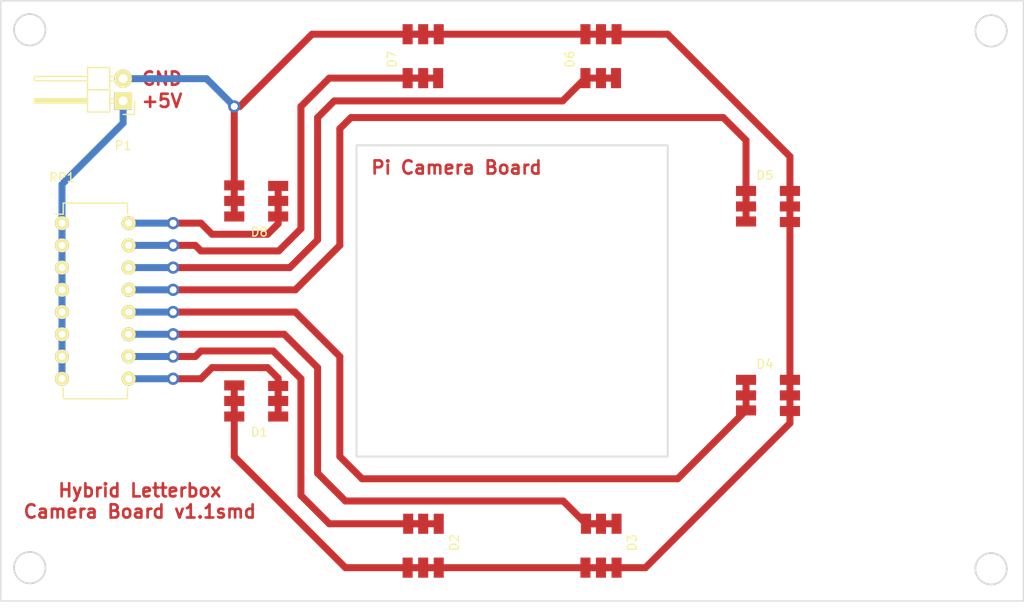
<source format=kicad_pcb>
(kicad_pcb (version 4) (host pcbnew 4.0.1-stable)

  (general
    (links 56)
    (no_connects 0)
    (area 86.259999 71.019999 203.300001 141.070001)
    (thickness 1.6)
    (drawings 20)
    (tracks 126)
    (zones 0)
    (modules 10)
    (nets 11)
  )

  (page A4)
  (layers
    (0 F.Cu signal)
    (31 B.Cu signal)
    (32 B.Adhes user)
    (33 F.Adhes user)
    (34 B.Paste user)
    (35 F.Paste user)
    (36 B.SilkS user)
    (37 F.SilkS user)
    (38 B.Mask user)
    (39 F.Mask user)
    (40 Dwgs.User user)
    (41 Cmts.User user)
    (42 Eco1.User user)
    (43 Eco2.User user)
    (44 Edge.Cuts user)
    (45 Margin user)
    (46 B.CrtYd user)
    (47 F.CrtYd user)
    (48 B.Fab user)
    (49 F.Fab user)
  )

  (setup
    (last_trace_width 0.8)
    (trace_clearance 0.8)
    (zone_clearance 0.508)
    (zone_45_only no)
    (trace_min 0.8)
    (segment_width 0.2)
    (edge_width 0.2)
    (via_size 1.4)
    (via_drill 0.8)
    (via_min_size 0.4)
    (via_min_drill 0.3)
    (user_via 1.4 0.8)
    (uvia_size 1.4)
    (uvia_drill 0.8)
    (uvias_allowed no)
    (uvia_min_size 0.2)
    (uvia_min_drill 0.1)
    (pcb_text_width 0.3)
    (pcb_text_size 1.5 1.5)
    (mod_edge_width 0.15)
    (mod_text_size 1 1)
    (mod_text_width 0.15)
    (pad_size 1.5 1.5)
    (pad_drill 0.6)
    (pad_to_mask_clearance 0)
    (aux_axis_origin 0 0)
    (visible_elements FFFFFF7F)
    (pcbplotparams
      (layerselection 0x00000_80000001)
      (usegerberextensions false)
      (excludeedgelayer false)
      (linewidth 0.100000)
      (plotframeref false)
      (viasonmask false)
      (mode 1)
      (useauxorigin false)
      (hpglpennumber 1)
      (hpglpenspeed 20)
      (hpglpendiameter 15)
      (hpglpenoverlay 2)
      (psnegative false)
      (psa4output false)
      (plotreference true)
      (plotvalue true)
      (plotinvisibletext false)
      (padsonsilk false)
      (subtractmaskfromsilk false)
      (outputformat 4)
      (mirror false)
      (drillshape 2)
      (scaleselection 1)
      (outputdirectory plots/))
  )

  (net 0 "")
  (net 1 GND)
  (net 2 "Net-(D1-Pad4)")
  (net 3 "Net-(D2-Pad4)")
  (net 4 "Net-(D3-Pad4)")
  (net 5 "Net-(D4-Pad4)")
  (net 6 "Net-(D5-Pad4)")
  (net 7 "Net-(D6-Pad4)")
  (net 8 "Net-(D7-Pad4)")
  (net 9 "Net-(D8-Pad4)")
  (net 10 +5V)

  (net_class Default "This is the default net class."
    (clearance 0.8)
    (trace_width 0.8)
    (via_dia 1.4)
    (via_drill 0.8)
    (uvia_dia 1.4)
    (uvia_drill 0.8)
    (add_net +5V)
    (add_net GND)
    (add_net "Net-(D1-Pad4)")
    (add_net "Net-(D2-Pad4)")
    (add_net "Net-(D3-Pad4)")
    (add_net "Net-(D4-Pad4)")
    (add_net "Net-(D5-Pad4)")
    (add_net "Net-(D6-Pad4)")
    (add_net "Net-(D7-Pad4)")
    (add_net "Net-(D8-Pad4)")
  )

  (module custom:SMD-LED_5250 (layer F.Cu) (tedit 56B8A3FA) (tstamp 56C340AE)
    (at 115.57 116.84)
    (path /56C1993B)
    (fp_text reference D1 (at 0.3175 3.556) (layer F.SilkS)
      (effects (font (size 1 1) (thickness 0.15)))
    )
    (fp_text value LED_RGB (at 0.0635 -3.4925) (layer F.Fab)
      (effects (font (size 1 1) (thickness 0.15)))
    )
    (pad 1 smd rect (at -2.54 -1.778) (size 2.3 1.15) (layers F.Cu F.Paste F.Mask)
      (net 1 GND))
    (pad 2 smd rect (at -2.54 0) (size 2.3 1.15) (layers F.Cu F.Paste F.Mask)
      (net 1 GND))
    (pad 3 smd rect (at -2.54 1.778) (size 2.3 1.15) (layers F.Cu F.Paste F.Mask)
      (net 1 GND))
    (pad 4 smd rect (at 2.4765 -1.7145) (size 2.3 1.15) (layers F.Cu F.Paste F.Mask)
      (net 2 "Net-(D1-Pad4)"))
    (pad 5 smd rect (at 2.4765 0) (size 2.3 1.15) (layers F.Cu F.Paste F.Mask)
      (net 2 "Net-(D1-Pad4)"))
    (pad 6 smd rect (at 2.4765 1.778) (size 2.3 1.15) (layers F.Cu F.Paste F.Mask)
      (net 2 "Net-(D1-Pad4)"))
  )

  (module custom:SMD-LED_5250 (layer F.Cu) (tedit 56B8A3FA) (tstamp 56C340B8)
    (at 134.62 133.35 90)
    (path /56C19981)
    (fp_text reference D2 (at 0.3175 3.556 90) (layer F.SilkS)
      (effects (font (size 1 1) (thickness 0.15)))
    )
    (fp_text value LED_RGB (at 0.0635 -3.4925 90) (layer F.Fab)
      (effects (font (size 1 1) (thickness 0.15)))
    )
    (pad 1 smd rect (at -2.54 -1.778 90) (size 2.3 1.15) (layers F.Cu F.Paste F.Mask)
      (net 1 GND))
    (pad 2 smd rect (at -2.54 0 90) (size 2.3 1.15) (layers F.Cu F.Paste F.Mask)
      (net 1 GND))
    (pad 3 smd rect (at -2.54 1.778 90) (size 2.3 1.15) (layers F.Cu F.Paste F.Mask)
      (net 1 GND))
    (pad 4 smd rect (at 2.4765 -1.7145 90) (size 2.3 1.15) (layers F.Cu F.Paste F.Mask)
      (net 3 "Net-(D2-Pad4)"))
    (pad 5 smd rect (at 2.4765 0 90) (size 2.3 1.15) (layers F.Cu F.Paste F.Mask)
      (net 3 "Net-(D2-Pad4)"))
    (pad 6 smd rect (at 2.4765 1.778 90) (size 2.3 1.15) (layers F.Cu F.Paste F.Mask)
      (net 3 "Net-(D2-Pad4)"))
  )

  (module custom:SMD-LED_5250 (layer F.Cu) (tedit 56B8A3FA) (tstamp 56C340C2)
    (at 154.94 133.35 90)
    (path /56C199A6)
    (fp_text reference D3 (at 0.3175 3.556 90) (layer F.SilkS)
      (effects (font (size 1 1) (thickness 0.15)))
    )
    (fp_text value LED_RGB (at 0.0635 -3.4925 90) (layer F.Fab)
      (effects (font (size 1 1) (thickness 0.15)))
    )
    (pad 1 smd rect (at -2.54 -1.778 90) (size 2.3 1.15) (layers F.Cu F.Paste F.Mask)
      (net 1 GND))
    (pad 2 smd rect (at -2.54 0 90) (size 2.3 1.15) (layers F.Cu F.Paste F.Mask)
      (net 1 GND))
    (pad 3 smd rect (at -2.54 1.778 90) (size 2.3 1.15) (layers F.Cu F.Paste F.Mask)
      (net 1 GND))
    (pad 4 smd rect (at 2.4765 -1.7145 90) (size 2.3 1.15) (layers F.Cu F.Paste F.Mask)
      (net 4 "Net-(D3-Pad4)"))
    (pad 5 smd rect (at 2.4765 0 90) (size 2.3 1.15) (layers F.Cu F.Paste F.Mask)
      (net 4 "Net-(D3-Pad4)"))
    (pad 6 smd rect (at 2.4765 1.778 90) (size 2.3 1.15) (layers F.Cu F.Paste F.Mask)
      (net 4 "Net-(D3-Pad4)"))
  )

  (module custom:SMD-LED_5250 (layer F.Cu) (tedit 56B8A3FA) (tstamp 56C340CC)
    (at 173.99 116.205 180)
    (path /56C199CF)
    (fp_text reference D4 (at 0.3175 3.556 180) (layer F.SilkS)
      (effects (font (size 1 1) (thickness 0.15)))
    )
    (fp_text value LED_RGB (at 0.0635 -3.4925 180) (layer F.Fab)
      (effects (font (size 1 1) (thickness 0.15)))
    )
    (pad 1 smd rect (at -2.54 -1.778 180) (size 2.3 1.15) (layers F.Cu F.Paste F.Mask)
      (net 1 GND))
    (pad 2 smd rect (at -2.54 0 180) (size 2.3 1.15) (layers F.Cu F.Paste F.Mask)
      (net 1 GND))
    (pad 3 smd rect (at -2.54 1.778 180) (size 2.3 1.15) (layers F.Cu F.Paste F.Mask)
      (net 1 GND))
    (pad 4 smd rect (at 2.4765 -1.7145 180) (size 2.3 1.15) (layers F.Cu F.Paste F.Mask)
      (net 5 "Net-(D4-Pad4)"))
    (pad 5 smd rect (at 2.4765 0 180) (size 2.3 1.15) (layers F.Cu F.Paste F.Mask)
      (net 5 "Net-(D4-Pad4)"))
    (pad 6 smd rect (at 2.4765 1.778 180) (size 2.3 1.15) (layers F.Cu F.Paste F.Mask)
      (net 5 "Net-(D4-Pad4)"))
  )

  (module custom:SMD-LED_5250 (layer F.Cu) (tedit 56B8A3FA) (tstamp 56C340D6)
    (at 173.99 94.615 180)
    (path /56C199F9)
    (fp_text reference D5 (at 0.3175 3.556 180) (layer F.SilkS)
      (effects (font (size 1 1) (thickness 0.15)))
    )
    (fp_text value LED_RGB (at 0.0635 -3.4925 180) (layer F.Fab)
      (effects (font (size 1 1) (thickness 0.15)))
    )
    (pad 1 smd rect (at -2.54 -1.778 180) (size 2.3 1.15) (layers F.Cu F.Paste F.Mask)
      (net 1 GND))
    (pad 2 smd rect (at -2.54 0 180) (size 2.3 1.15) (layers F.Cu F.Paste F.Mask)
      (net 1 GND))
    (pad 3 smd rect (at -2.54 1.778 180) (size 2.3 1.15) (layers F.Cu F.Paste F.Mask)
      (net 1 GND))
    (pad 4 smd rect (at 2.4765 -1.7145 180) (size 2.3 1.15) (layers F.Cu F.Paste F.Mask)
      (net 6 "Net-(D5-Pad4)"))
    (pad 5 smd rect (at 2.4765 0 180) (size 2.3 1.15) (layers F.Cu F.Paste F.Mask)
      (net 6 "Net-(D5-Pad4)"))
    (pad 6 smd rect (at 2.4765 1.778 180) (size 2.3 1.15) (layers F.Cu F.Paste F.Mask)
      (net 6 "Net-(D5-Pad4)"))
  )

  (module custom:SMD-LED_5250 (layer F.Cu) (tedit 56B8A3FA) (tstamp 56C340E0)
    (at 154.94 77.47 270)
    (path /56C19A28)
    (fp_text reference D6 (at 0.3175 3.556 270) (layer F.SilkS)
      (effects (font (size 1 1) (thickness 0.15)))
    )
    (fp_text value LED_RGB (at 0.0635 -3.4925 270) (layer F.Fab)
      (effects (font (size 1 1) (thickness 0.15)))
    )
    (pad 1 smd rect (at -2.54 -1.778 270) (size 2.3 1.15) (layers F.Cu F.Paste F.Mask)
      (net 1 GND))
    (pad 2 smd rect (at -2.54 0 270) (size 2.3 1.15) (layers F.Cu F.Paste F.Mask)
      (net 1 GND))
    (pad 3 smd rect (at -2.54 1.778 270) (size 2.3 1.15) (layers F.Cu F.Paste F.Mask)
      (net 1 GND))
    (pad 4 smd rect (at 2.4765 -1.7145 270) (size 2.3 1.15) (layers F.Cu F.Paste F.Mask)
      (net 7 "Net-(D6-Pad4)"))
    (pad 5 smd rect (at 2.4765 0 270) (size 2.3 1.15) (layers F.Cu F.Paste F.Mask)
      (net 7 "Net-(D6-Pad4)"))
    (pad 6 smd rect (at 2.4765 1.778 270) (size 2.3 1.15) (layers F.Cu F.Paste F.Mask)
      (net 7 "Net-(D6-Pad4)"))
  )

  (module custom:SMD-LED_5250 (layer F.Cu) (tedit 56B8A3FA) (tstamp 56C340EA)
    (at 134.62 77.47 270)
    (path /56C19AAE)
    (fp_text reference D7 (at 0.3175 3.556 270) (layer F.SilkS)
      (effects (font (size 1 1) (thickness 0.15)))
    )
    (fp_text value LED_RGB (at 0.0635 -3.4925 270) (layer F.Fab)
      (effects (font (size 1 1) (thickness 0.15)))
    )
    (pad 1 smd rect (at -2.54 -1.778 270) (size 2.3 1.15) (layers F.Cu F.Paste F.Mask)
      (net 1 GND))
    (pad 2 smd rect (at -2.54 0 270) (size 2.3 1.15) (layers F.Cu F.Paste F.Mask)
      (net 1 GND))
    (pad 3 smd rect (at -2.54 1.778 270) (size 2.3 1.15) (layers F.Cu F.Paste F.Mask)
      (net 1 GND))
    (pad 4 smd rect (at 2.4765 -1.7145 270) (size 2.3 1.15) (layers F.Cu F.Paste F.Mask)
      (net 8 "Net-(D7-Pad4)"))
    (pad 5 smd rect (at 2.4765 0 270) (size 2.3 1.15) (layers F.Cu F.Paste F.Mask)
      (net 8 "Net-(D7-Pad4)"))
    (pad 6 smd rect (at 2.4765 1.778 270) (size 2.3 1.15) (layers F.Cu F.Paste F.Mask)
      (net 8 "Net-(D7-Pad4)"))
  )

  (module custom:SMD-LED_5250 (layer F.Cu) (tedit 56B8A3FA) (tstamp 56C340F4)
    (at 115.57 93.98)
    (path /56C19B01)
    (fp_text reference D8 (at 0.3175 3.556) (layer F.SilkS)
      (effects (font (size 1 1) (thickness 0.15)))
    )
    (fp_text value LED_RGB (at 0.0635 -3.4925) (layer F.Fab)
      (effects (font (size 1 1) (thickness 0.15)))
    )
    (pad 1 smd rect (at -2.54 -1.778) (size 2.3 1.15) (layers F.Cu F.Paste F.Mask)
      (net 1 GND))
    (pad 2 smd rect (at -2.54 0) (size 2.3 1.15) (layers F.Cu F.Paste F.Mask)
      (net 1 GND))
    (pad 3 smd rect (at -2.54 1.778) (size 2.3 1.15) (layers F.Cu F.Paste F.Mask)
      (net 1 GND))
    (pad 4 smd rect (at 2.4765 -1.7145) (size 2.3 1.15) (layers F.Cu F.Paste F.Mask)
      (net 9 "Net-(D8-Pad4)"))
    (pad 5 smd rect (at 2.4765 0) (size 2.3 1.15) (layers F.Cu F.Paste F.Mask)
      (net 9 "Net-(D8-Pad4)"))
    (pad 6 smd rect (at 2.4765 1.778) (size 2.3 1.15) (layers F.Cu F.Paste F.Mask)
      (net 9 "Net-(D8-Pad4)"))
  )

  (module Housings_DIP:DIP-16_W7.62mm (layer F.Cu) (tedit 54130A77) (tstamp 56C3410E)
    (at 93.345 96.52)
    (descr "16-lead dip package, row spacing 7.62 mm (300 mils)")
    (tags "dil dip 2.54 300")
    (path /569CF5B0)
    (fp_text reference RP1 (at 0 -5.22) (layer F.SilkS)
      (effects (font (size 1 1) (thickness 0.15)))
    )
    (fp_text value R_PACK8 (at 0 -3.72) (layer F.Fab)
      (effects (font (size 1 1) (thickness 0.15)))
    )
    (fp_line (start -1.05 -2.45) (end -1.05 20.25) (layer F.CrtYd) (width 0.05))
    (fp_line (start 8.65 -2.45) (end 8.65 20.25) (layer F.CrtYd) (width 0.05))
    (fp_line (start -1.05 -2.45) (end 8.65 -2.45) (layer F.CrtYd) (width 0.05))
    (fp_line (start -1.05 20.25) (end 8.65 20.25) (layer F.CrtYd) (width 0.05))
    (fp_line (start 0.135 -2.295) (end 0.135 -1.025) (layer F.SilkS) (width 0.15))
    (fp_line (start 7.485 -2.295) (end 7.485 -1.025) (layer F.SilkS) (width 0.15))
    (fp_line (start 7.485 20.075) (end 7.485 18.805) (layer F.SilkS) (width 0.15))
    (fp_line (start 0.135 20.075) (end 0.135 18.805) (layer F.SilkS) (width 0.15))
    (fp_line (start 0.135 -2.295) (end 7.485 -2.295) (layer F.SilkS) (width 0.15))
    (fp_line (start 0.135 20.075) (end 7.485 20.075) (layer F.SilkS) (width 0.15))
    (fp_line (start 0.135 -1.025) (end -0.8 -1.025) (layer F.SilkS) (width 0.15))
    (pad 1 thru_hole oval (at 0 0) (size 1.6 1.6) (drill 0.8) (layers *.Cu *.Mask F.SilkS)
      (net 10 +5V))
    (pad 2 thru_hole oval (at 0 2.54) (size 1.6 1.6) (drill 0.8) (layers *.Cu *.Mask F.SilkS)
      (net 10 +5V))
    (pad 3 thru_hole oval (at 0 5.08) (size 1.6 1.6) (drill 0.8) (layers *.Cu *.Mask F.SilkS)
      (net 10 +5V))
    (pad 4 thru_hole oval (at 0 7.62) (size 1.6 1.6) (drill 0.8) (layers *.Cu *.Mask F.SilkS)
      (net 10 +5V))
    (pad 5 thru_hole oval (at 0 10.16) (size 1.6 1.6) (drill 0.8) (layers *.Cu *.Mask F.SilkS)
      (net 10 +5V))
    (pad 6 thru_hole oval (at 0 12.7) (size 1.6 1.6) (drill 0.8) (layers *.Cu *.Mask F.SilkS)
      (net 10 +5V))
    (pad 7 thru_hole oval (at 0 15.24) (size 1.6 1.6) (drill 0.8) (layers *.Cu *.Mask F.SilkS)
      (net 10 +5V))
    (pad 8 thru_hole oval (at 0 17.78) (size 1.6 1.6) (drill 0.8) (layers *.Cu *.Mask F.SilkS)
      (net 10 +5V))
    (pad 9 thru_hole oval (at 7.62 17.78) (size 1.6 1.6) (drill 0.8) (layers *.Cu *.Mask F.SilkS)
      (net 2 "Net-(D1-Pad4)"))
    (pad 10 thru_hole oval (at 7.62 15.24) (size 1.6 1.6) (drill 0.8) (layers *.Cu *.Mask F.SilkS)
      (net 3 "Net-(D2-Pad4)"))
    (pad 11 thru_hole oval (at 7.62 12.7) (size 1.6 1.6) (drill 0.8) (layers *.Cu *.Mask F.SilkS)
      (net 4 "Net-(D3-Pad4)"))
    (pad 12 thru_hole oval (at 7.62 10.16) (size 1.6 1.6) (drill 0.8) (layers *.Cu *.Mask F.SilkS)
      (net 5 "Net-(D4-Pad4)"))
    (pad 13 thru_hole oval (at 7.62 7.62) (size 1.6 1.6) (drill 0.8) (layers *.Cu *.Mask F.SilkS)
      (net 6 "Net-(D5-Pad4)"))
    (pad 14 thru_hole oval (at 7.62 5.08) (size 1.6 1.6) (drill 0.8) (layers *.Cu *.Mask F.SilkS)
      (net 7 "Net-(D6-Pad4)"))
    (pad 15 thru_hole oval (at 7.62 2.54) (size 1.6 1.6) (drill 0.8) (layers *.Cu *.Mask F.SilkS)
      (net 8 "Net-(D7-Pad4)"))
    (pad 16 thru_hole oval (at 7.62 0) (size 1.6 1.6) (drill 0.8) (layers *.Cu *.Mask F.SilkS)
      (net 9 "Net-(D8-Pad4)"))
    (model Housings_DIP.3dshapes/DIP-16_W7.62mm.wrl
      (at (xyz 0 0 0))
      (scale (xyz 1 1 1))
      (rotate (xyz 0 0 0))
    )
  )

  (module Pin_Headers:Pin_Header_Angled_1x02 (layer F.Cu) (tedit 0) (tstamp 56C340FA)
    (at 100.33 82.55 180)
    (descr "Through hole pin header")
    (tags "pin header")
    (path /569CF6C0)
    (fp_text reference P1 (at 0 -5.1 180) (layer F.SilkS)
      (effects (font (size 1 1) (thickness 0.15)))
    )
    (fp_text value CONN_01X02 (at 0 -3.1 180) (layer F.Fab)
      (effects (font (size 1 1) (thickness 0.15)))
    )
    (fp_line (start -1.5 -1.75) (end -1.5 4.3) (layer F.CrtYd) (width 0.05))
    (fp_line (start 10.65 -1.75) (end 10.65 4.3) (layer F.CrtYd) (width 0.05))
    (fp_line (start -1.5 -1.75) (end 10.65 -1.75) (layer F.CrtYd) (width 0.05))
    (fp_line (start -1.5 4.3) (end 10.65 4.3) (layer F.CrtYd) (width 0.05))
    (fp_line (start -1.3 -1.55) (end -1.3 0) (layer F.SilkS) (width 0.15))
    (fp_line (start 0 -1.55) (end -1.3 -1.55) (layer F.SilkS) (width 0.15))
    (fp_line (start 4.191 -0.127) (end 10.033 -0.127) (layer F.SilkS) (width 0.15))
    (fp_line (start 10.033 -0.127) (end 10.033 0.127) (layer F.SilkS) (width 0.15))
    (fp_line (start 10.033 0.127) (end 4.191 0.127) (layer F.SilkS) (width 0.15))
    (fp_line (start 4.191 0.127) (end 4.191 0) (layer F.SilkS) (width 0.15))
    (fp_line (start 4.191 0) (end 10.033 0) (layer F.SilkS) (width 0.15))
    (fp_line (start 1.524 -0.254) (end 1.143 -0.254) (layer F.SilkS) (width 0.15))
    (fp_line (start 1.524 0.254) (end 1.143 0.254) (layer F.SilkS) (width 0.15))
    (fp_line (start 1.524 2.286) (end 1.143 2.286) (layer F.SilkS) (width 0.15))
    (fp_line (start 1.524 2.794) (end 1.143 2.794) (layer F.SilkS) (width 0.15))
    (fp_line (start 1.524 -1.27) (end 4.064 -1.27) (layer F.SilkS) (width 0.15))
    (fp_line (start 1.524 1.27) (end 4.064 1.27) (layer F.SilkS) (width 0.15))
    (fp_line (start 1.524 1.27) (end 1.524 3.81) (layer F.SilkS) (width 0.15))
    (fp_line (start 1.524 3.81) (end 4.064 3.81) (layer F.SilkS) (width 0.15))
    (fp_line (start 4.064 2.286) (end 10.16 2.286) (layer F.SilkS) (width 0.15))
    (fp_line (start 10.16 2.286) (end 10.16 2.794) (layer F.SilkS) (width 0.15))
    (fp_line (start 10.16 2.794) (end 4.064 2.794) (layer F.SilkS) (width 0.15))
    (fp_line (start 4.064 3.81) (end 4.064 1.27) (layer F.SilkS) (width 0.15))
    (fp_line (start 4.064 1.27) (end 4.064 -1.27) (layer F.SilkS) (width 0.15))
    (fp_line (start 10.16 0.254) (end 4.064 0.254) (layer F.SilkS) (width 0.15))
    (fp_line (start 10.16 -0.254) (end 10.16 0.254) (layer F.SilkS) (width 0.15))
    (fp_line (start 4.064 -0.254) (end 10.16 -0.254) (layer F.SilkS) (width 0.15))
    (fp_line (start 1.524 1.27) (end 4.064 1.27) (layer F.SilkS) (width 0.15))
    (fp_line (start 1.524 -1.27) (end 1.524 1.27) (layer F.SilkS) (width 0.15))
    (pad 1 thru_hole rect (at 0 0 180) (size 2.032 2.032) (drill 1.016) (layers *.Cu *.Mask F.SilkS)
      (net 10 +5V))
    (pad 2 thru_hole oval (at 0 2.54 180) (size 2.032 2.032) (drill 1.016) (layers *.Cu *.Mask F.SilkS)
      (net 1 GND))
    (model Pin_Headers.3dshapes/Pin_Header_Angled_1x02.wrl
      (at (xyz 0 -0.05 0))
      (scale (xyz 1 1 1))
      (rotate (xyz 0 0 90))
    )
  )

  (gr_circle (center 199.517 74.549) (end 200.787 75.819) (layer Edge.Cuts) (width 0.2) (tstamp 56C47DF7))
  (gr_circle (center 199.517 136.017) (end 200.787 137.287) (layer Edge.Cuts) (width 0.2) (tstamp 56C47D61))
  (gr_circle (center 89.662 135.89) (end 90.932 137.16) (layer Edge.Cuts) (width 0.2) (tstamp 56C47D4F))
  (gr_circle (center 89.662 74.422) (end 90.932 75.692) (layer Edge.Cuts) (width 0.2))
  (gr_line (start 86.36 139.7) (end 86.36 71.12) (angle 90) (layer Edge.Cuts) (width 0.1))
  (gr_line (start 203.2 139.7) (end 86.36 139.7) (angle 90) (layer Edge.Cuts) (width 0.1))
  (gr_line (start 203.2 71.12) (end 203.2 139.7) (angle 90) (layer Edge.Cuts) (width 0.1))
  (gr_line (start 86.36 71.12) (end 203.2 71.12) (angle 90) (layer Edge.Cuts) (width 0.1))
  (gr_text "Hybrid Letterbox\nCamera Board v1.1smd" (at 102.235 128.27) (layer F.Cu)
    (effects (font (size 1.5 1.5) (thickness 0.3)))
  )
  (gr_text +5V (at 104.775 82.55) (layer F.Cu)
    (effects (font (size 1.5 1.5) (thickness 0.3)))
  )
  (gr_text GND (at 104.775 80.01) (layer F.Cu)
    (effects (font (size 1.5 1.5) (thickness 0.3)))
  )
  (gr_text "Pi Camera Board" (at 138.43 90.17) (layer F.Cu)
    (effects (font (size 1.5 1.5) (thickness 0.3)))
  )
  (gr_line (start 127 87.63) (end 144.78 87.63) (angle 90) (layer Edge.Cuts) (width 0.2))
  (gr_line (start 127 88.9) (end 127 87.63) (angle 90) (layer Edge.Cuts) (width 0.2))
  (gr_line (start 127 123.19) (end 127 88.9) (angle 90) (layer Edge.Cuts) (width 0.2))
  (gr_line (start 162.56 123.19) (end 127 123.19) (angle 90) (layer Edge.Cuts) (width 0.2))
  (gr_line (start 162.56 87.63) (end 162.56 123.19) (angle 90) (layer Edge.Cuts) (width 0.2))
  (gr_line (start 144.78 87.63) (end 162.56 87.63) (angle 90) (layer Edge.Cuts) (width 0.2))
  (gr_line (start 86.36 105.41) (end 203.2 105.41) (angle 90) (layer Dwgs.User) (width 0.2))
  (gr_line (start 144.78 71.12) (end 144.78 140.97) (angle 90) (layer Dwgs.User) (width 0.2))

  (segment (start 132.842 135.89) (end 125.73 135.89) (width 0.8) (layer F.Cu) (net 1) (status 10))
  (segment (start 113.03 123.19) (end 113.03 118.618) (width 0.8) (layer F.Cu) (net 1) (tstamp 56CC5B9B) (status 20))
  (segment (start 125.73 135.89) (end 113.03 123.19) (width 0.8) (layer F.Cu) (net 1) (tstamp 56CC5B98))
  (segment (start 113.03 118.618) (end 113.03 116.84) (width 0.8) (layer F.Cu) (net 1) (tstamp 56CC5BA2) (status 30))
  (segment (start 113.03 116.84) (end 113.03 115.062) (width 0.8) (layer F.Cu) (net 1) (tstamp 56CC5BA3) (status 30))
  (segment (start 156.718 135.89) (end 154.94 135.89) (width 0.8) (layer F.Cu) (net 1) (status 30))
  (segment (start 153.162 135.89) (end 136.398 135.89) (width 0.8) (layer F.Cu) (net 1) (status 30))
  (segment (start 136.398 135.89) (end 134.62 135.89) (width 0.8) (layer F.Cu) (net 1) (tstamp 56CC5B92) (status 30))
  (segment (start 134.62 135.89) (end 132.842 135.89) (width 0.8) (layer F.Cu) (net 1) (tstamp 56CC5B93) (status 30))
  (segment (start 176.53 117.983) (end 176.53 119.38) (width 0.8) (layer F.Cu) (net 1) (status 10))
  (segment (start 160.02 135.89) (end 154.94 135.89) (width 0.8) (layer F.Cu) (net 1) (tstamp 56CC5B8D) (status 20))
  (segment (start 176.53 119.38) (end 160.02 135.89) (width 0.8) (layer F.Cu) (net 1) (tstamp 56CC5B8B))
  (segment (start 154.94 135.89) (end 153.162 135.89) (width 0.8) (layer F.Cu) (net 1) (tstamp 56CC5B8F) (status 30))
  (segment (start 176.53 92.837) (end 176.53 94.615) (width 0.8) (layer F.Cu) (net 1) (status 30))
  (segment (start 176.53 96.393) (end 176.53 114.427) (width 0.8) (layer F.Cu) (net 1) (status 30))
  (segment (start 176.53 114.427) (end 176.53 116.205) (width 0.8) (layer F.Cu) (net 1) (tstamp 56CC5B82) (status 30))
  (segment (start 176.53 116.205) (end 176.53 117.983) (width 0.8) (layer F.Cu) (net 1) (tstamp 56CC5B83) (status 30))
  (segment (start 156.718 74.93) (end 162.56 74.93) (width 0.8) (layer F.Cu) (net 1) (status 10))
  (segment (start 176.53 88.9) (end 176.53 94.615) (width 0.8) (layer F.Cu) (net 1) (tstamp 56CC5B7D) (status 20))
  (segment (start 162.56 74.93) (end 176.53 88.9) (width 0.8) (layer F.Cu) (net 1) (tstamp 56CC5B7A))
  (segment (start 176.53 94.615) (end 176.53 96.393) (width 0.8) (layer F.Cu) (net 1) (tstamp 56CC5B7F) (status 30))
  (segment (start 136.398 74.93) (end 153.162 74.93) (width 0.8) (layer F.Cu) (net 1) (status 30))
  (segment (start 153.162 74.93) (end 154.94 74.93) (width 0.8) (layer F.Cu) (net 1) (tstamp 56CC5B73) (status 30))
  (segment (start 154.94 74.93) (end 156.718 74.93) (width 0.8) (layer F.Cu) (net 1) (tstamp 56CC5B75) (status 30))
  (segment (start 132.842 74.93) (end 134.62 74.93) (width 0.8) (layer F.Cu) (net 1) (status 30))
  (segment (start 113.03 83.185) (end 113.665 83.185) (width 0.8) (layer F.Cu) (net 1))
  (segment (start 121.92 74.93) (end 134.62 74.93) (width 0.8) (layer F.Cu) (net 1) (tstamp 56CC5B6A) (status 20))
  (segment (start 113.665 83.185) (end 121.92 74.93) (width 0.8) (layer F.Cu) (net 1) (tstamp 56CC5B66))
  (segment (start 134.62 74.93) (end 136.398 74.93) (width 0.8) (layer F.Cu) (net 1) (tstamp 56CC5B6D) (status 30))
  (segment (start 100.33 80.01) (end 109.855 80.01) (width 0.8) (layer B.Cu) (net 1) (status 10))
  (segment (start 113.03 83.185) (end 113.03 92.202) (width 0.8) (layer F.Cu) (net 1) (tstamp 56CC5B61) (status 20))
  (via (at 113.03 83.185) (size 1.4) (drill 0.8) (layers F.Cu B.Cu) (net 1))
  (segment (start 109.855 80.01) (end 113.03 83.185) (width 0.8) (layer B.Cu) (net 1) (tstamp 56CC5B53))
  (segment (start 113.03 92.202) (end 113.03 93.98) (width 0.8) (layer F.Cu) (net 1) (tstamp 56CC5B62) (status 30))
  (segment (start 113.03 93.98) (end 113.03 95.758) (width 0.8) (layer F.Cu) (net 1) (tstamp 56CC5B63) (status 30))
  (segment (start 118.0465 115.1255) (end 118.0465 116.84) (width 0.8) (layer F.Cu) (net 2) (status 30))
  (segment (start 100.965 114.3) (end 106.045 114.3) (width 0.8) (layer B.Cu) (net 2) (status 10))
  (segment (start 118.0465 114.2365) (end 118.0465 116.84) (width 0.8) (layer F.Cu) (net 2) (tstamp 56CC5AA7) (status 20))
  (segment (start 116.84 113.03) (end 118.0465 114.2365) (width 0.8) (layer F.Cu) (net 2) (tstamp 56CC5AA6))
  (segment (start 110.49 113.03) (end 116.84 113.03) (width 0.8) (layer F.Cu) (net 2) (tstamp 56CC5AA5))
  (segment (start 109.22 114.3) (end 110.49 113.03) (width 0.8) (layer F.Cu) (net 2) (tstamp 56CC5AA4))
  (segment (start 106.045 114.3) (end 109.22 114.3) (width 0.8) (layer F.Cu) (net 2) (tstamp 56CC5AA3))
  (via (at 106.045 114.3) (size 1.4) (drill 0.8) (layers F.Cu B.Cu) (net 2))
  (segment (start 118.0465 116.84) (end 118.0465 118.618) (width 0.8) (layer F.Cu) (net 2) (tstamp 56CC5AA8) (status 30))
  (segment (start 134.62 130.8735) (end 132.9055 130.8735) (width 0.8) (layer F.Cu) (net 3) (status 30))
  (segment (start 100.965 111.76) (end 106.045 111.76) (width 0.8) (layer B.Cu) (net 3) (status 10))
  (segment (start 123.8885 130.8735) (end 134.62 130.8735) (width 0.8) (layer F.Cu) (net 3) (tstamp 56CC5ABE) (status 20))
  (segment (start 120.65 127.635) (end 123.8885 130.8735) (width 0.8) (layer F.Cu) (net 3) (tstamp 56CC5ABC))
  (segment (start 120.65 114.3) (end 120.65 127.635) (width 0.8) (layer F.Cu) (net 3) (tstamp 56CC5AB6))
  (segment (start 117.475 111.125) (end 120.65 114.3) (width 0.8) (layer F.Cu) (net 3) (tstamp 56CC5AB3))
  (segment (start 109.22 111.125) (end 117.475 111.125) (width 0.8) (layer F.Cu) (net 3) (tstamp 56CC5AB1))
  (segment (start 108.585 111.76) (end 109.22 111.125) (width 0.8) (layer F.Cu) (net 3) (tstamp 56CC5AAE))
  (segment (start 106.045 111.76) (end 108.585 111.76) (width 0.8) (layer F.Cu) (net 3) (tstamp 56CC5AAD))
  (via (at 106.045 111.76) (size 1.4) (drill 0.8) (layers F.Cu B.Cu) (net 3))
  (segment (start 134.62 130.8735) (end 136.398 130.8735) (width 0.8) (layer F.Cu) (net 3) (tstamp 56CC5AC0) (status 30))
  (segment (start 154.94 130.8735) (end 153.2255 130.8735) (width 0.8) (layer F.Cu) (net 4) (status 30))
  (segment (start 100.965 109.22) (end 106.045 109.22) (width 0.8) (layer B.Cu) (net 4) (status 10))
  (segment (start 150.622 128.27) (end 153.2255 130.8735) (width 0.8) (layer F.Cu) (net 4) (tstamp 56CC5ADA) (status 20))
  (segment (start 125.73 128.27) (end 150.622 128.27) (width 0.8) (layer F.Cu) (net 4) (tstamp 56CC5AD8))
  (segment (start 122.555 125.095) (end 125.73 128.27) (width 0.8) (layer F.Cu) (net 4) (tstamp 56CC5AD5))
  (segment (start 122.555 113.03) (end 122.555 125.095) (width 0.8) (layer F.Cu) (net 4) (tstamp 56CC5ACD))
  (segment (start 118.745 109.22) (end 122.555 113.03) (width 0.8) (layer F.Cu) (net 4) (tstamp 56CC5ACC))
  (segment (start 106.045 109.22) (end 118.745 109.22) (width 0.8) (layer F.Cu) (net 4) (tstamp 56CC5ACB))
  (via (at 106.045 109.22) (size 1.4) (drill 0.8) (layers F.Cu B.Cu) (net 4))
  (segment (start 153.2255 130.8735) (end 156.718 130.8735) (width 0.8) (layer F.Cu) (net 4) (tstamp 56CC5ADE) (status 30))
  (segment (start 171.5135 114.427) (end 171.5135 116.205) (width 0.8) (layer F.Cu) (net 5) (status 30))
  (segment (start 100.965 106.68) (end 106.045 106.68) (width 0.8) (layer B.Cu) (net 5) (status 10))
  (segment (start 163.703 125.73) (end 171.5135 117.9195) (width 0.8) (layer F.Cu) (net 5) (tstamp 56CC5AF1) (status 20))
  (segment (start 127.635 125.73) (end 163.703 125.73) (width 0.8) (layer F.Cu) (net 5) (tstamp 56CC5AEC))
  (segment (start 125.095 123.19) (end 127.635 125.73) (width 0.8) (layer F.Cu) (net 5) (tstamp 56CC5AEA))
  (segment (start 125.095 111.76) (end 125.095 123.19) (width 0.8) (layer F.Cu) (net 5) (tstamp 56CC5AE9))
  (segment (start 120.015 106.68) (end 125.095 111.76) (width 0.8) (layer F.Cu) (net 5) (tstamp 56CC5AE8))
  (segment (start 106.045 106.68) (end 120.015 106.68) (width 0.8) (layer F.Cu) (net 5) (tstamp 56CC5AE7))
  (via (at 106.045 106.68) (size 1.4) (drill 0.8) (layers F.Cu B.Cu) (net 5))
  (segment (start 171.5135 117.9195) (end 171.5135 114.427) (width 0.8) (layer F.Cu) (net 5) (tstamp 56CC5AF3) (status 30))
  (segment (start 171.5135 94.615) (end 171.5135 92.837) (width 0.8) (layer F.Cu) (net 6) (status 30))
  (segment (start 171.5135 94.615) (end 171.5135 96.3295) (width 0.8) (layer F.Cu) (net 6) (tstamp 56CC5A72) (status 30))
  (segment (start 171.5135 87.0585) (end 171.5135 94.615) (width 0.8) (layer F.Cu) (net 6) (tstamp 56CC5A71) (status 20))
  (segment (start 168.91 84.455) (end 171.5135 87.0585) (width 0.8) (layer F.Cu) (net 6) (tstamp 56CC5A6F))
  (segment (start 126.365 84.455) (end 168.91 84.455) (width 0.8) (layer F.Cu) (net 6) (tstamp 56CC5A6D))
  (segment (start 125.095 85.725) (end 126.365 84.455) (width 0.8) (layer F.Cu) (net 6) (tstamp 56CC5A6B))
  (segment (start 125.095 99.06) (end 125.095 85.725) (width 0.8) (layer F.Cu) (net 6) (tstamp 56CC5A6A))
  (segment (start 120.015 104.14) (end 125.095 99.06) (width 0.8) (layer F.Cu) (net 6) (tstamp 56CC5A69))
  (segment (start 106.045 104.14) (end 120.015 104.14) (width 0.8) (layer F.Cu) (net 6) (tstamp 56CC5A68))
  (via (at 106.045 104.14) (size 1.4) (drill 0.8) (layers F.Cu B.Cu) (net 6))
  (segment (start 100.965 104.14) (end 106.045 104.14) (width 0.8) (layer B.Cu) (net 6) (status 10))
  (segment (start 154.94 79.9465) (end 156.6545 79.9465) (width 0.8) (layer F.Cu) (net 7) (status 30))
  (segment (start 100.965 101.6) (end 106.045 101.6) (width 0.8) (layer B.Cu) (net 7) (status 10))
  (segment (start 150.5585 82.55) (end 153.162 79.9465) (width 0.8) (layer F.Cu) (net 7) (tstamp 56CC5A5C) (status 20))
  (segment (start 124.46 82.55) (end 150.5585 82.55) (width 0.8) (layer F.Cu) (net 7) (tstamp 56CC5A5B))
  (segment (start 122.555 84.455) (end 124.46 82.55) (width 0.8) (layer F.Cu) (net 7) (tstamp 56CC5A59))
  (segment (start 122.555 98.425) (end 122.555 84.455) (width 0.8) (layer F.Cu) (net 7) (tstamp 56CC5A57))
  (segment (start 119.38 101.6) (end 122.555 98.425) (width 0.8) (layer F.Cu) (net 7) (tstamp 56CC5A56))
  (segment (start 106.045 101.6) (end 119.38 101.6) (width 0.8) (layer F.Cu) (net 7) (tstamp 56CC5A55))
  (via (at 106.045 101.6) (size 1.4) (drill 0.8) (layers F.Cu B.Cu) (net 7))
  (segment (start 153.162 79.9465) (end 156.6545 79.9465) (width 0.8) (layer F.Cu) (net 7) (tstamp 56CC5A5E) (status 30))
  (segment (start 134.62 79.9465) (end 132.842 79.9465) (width 0.8) (layer F.Cu) (net 8) (status 30))
  (segment (start 100.965 99.06) (end 106.045 99.06) (width 0.8) (layer B.Cu) (net 8) (status 10))
  (segment (start 123.8885 79.9465) (end 134.62 79.9465) (width 0.8) (layer F.Cu) (net 8) (tstamp 56CC5A43) (status 20))
  (segment (start 120.65 83.185) (end 123.8885 79.9465) (width 0.8) (layer F.Cu) (net 8) (tstamp 56CC5A41))
  (segment (start 120.65 97.155) (end 120.65 83.185) (width 0.8) (layer F.Cu) (net 8) (tstamp 56CC5A3E))
  (segment (start 118.11 99.695) (end 120.65 97.155) (width 0.8) (layer F.Cu) (net 8) (tstamp 56CC5A3A))
  (segment (start 109.22 99.695) (end 118.11 99.695) (width 0.8) (layer F.Cu) (net 8) (tstamp 56CC5A39))
  (segment (start 108.585 99.06) (end 109.22 99.695) (width 0.8) (layer F.Cu) (net 8) (tstamp 56CC5A38))
  (segment (start 106.045 99.06) (end 108.585 99.06) (width 0.8) (layer F.Cu) (net 8) (tstamp 56CC5A37))
  (via (at 106.045 99.06) (size 1.4) (drill 0.8) (layers F.Cu B.Cu) (net 8))
  (segment (start 134.62 79.9465) (end 136.3345 79.9465) (width 0.8) (layer F.Cu) (net 8) (tstamp 56CC5A45) (status 30))
  (segment (start 118.0465 95.758) (end 118.0465 93.98) (width 0.8) (layer F.Cu) (net 9) (status 30))
  (segment (start 100.965 96.52) (end 106.045 96.52) (width 0.8) (layer B.Cu) (net 9) (status 10))
  (segment (start 118.0465 96.5835) (end 118.0465 93.98) (width 0.8) (layer F.Cu) (net 9) (tstamp 56CC5A2D) (status 20))
  (segment (start 116.84 97.79) (end 118.0465 96.5835) (width 0.8) (layer F.Cu) (net 9) (tstamp 56CC5A2C))
  (segment (start 110.49 97.79) (end 116.84 97.79) (width 0.8) (layer F.Cu) (net 9) (tstamp 56CC5A2B))
  (segment (start 109.22 96.52) (end 110.49 97.79) (width 0.8) (layer F.Cu) (net 9) (tstamp 56CC5A2A))
  (segment (start 106.045 96.52) (end 109.22 96.52) (width 0.8) (layer F.Cu) (net 9) (tstamp 56CC5A29))
  (via (at 106.045 96.52) (size 1.4) (drill 0.8) (layers F.Cu B.Cu) (net 9))
  (segment (start 118.0465 93.98) (end 118.0465 92.2655) (width 0.8) (layer F.Cu) (net 9) (tstamp 56CC5A2F) (status 30))
  (segment (start 93.345 99.06) (end 93.345 96.52) (width 0.8) (layer B.Cu) (net 10) (status 30))
  (segment (start 100.33 82.55) (end 100.33 85.09) (width 0.8) (layer B.Cu) (net 10) (status 10))
  (segment (start 93.345 92.075) (end 93.345 99.06) (width 0.8) (layer B.Cu) (net 10) (tstamp 56CC5B06) (status 20))
  (segment (start 100.33 85.09) (end 93.345 92.075) (width 0.8) (layer B.Cu) (net 10) (tstamp 56CC5B00))
  (segment (start 93.345 99.06) (end 93.345 101.6) (width 0.8) (layer B.Cu) (net 10) (tstamp 56CC5B08) (status 30))
  (segment (start 93.345 101.6) (end 93.345 104.14) (width 0.8) (layer B.Cu) (net 10) (tstamp 56CC5B09) (status 30))
  (segment (start 93.345 104.14) (end 93.345 106.68) (width 0.8) (layer B.Cu) (net 10) (tstamp 56CC5B0C) (status 30))
  (segment (start 93.345 106.68) (end 93.345 109.22) (width 0.8) (layer B.Cu) (net 10) (tstamp 56CC5B0D) (status 30))
  (segment (start 93.345 109.22) (end 93.345 111.76) (width 0.8) (layer B.Cu) (net 10) (tstamp 56CC5B0E) (status 30))
  (segment (start 93.345 111.76) (end 93.345 114.3) (width 0.8) (layer B.Cu) (net 10) (tstamp 56CC5B0F) (status 30))

)

</source>
